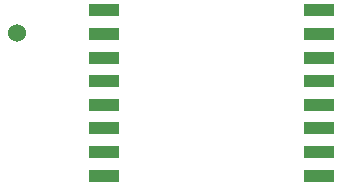
<source format=gbr>
G04 #@! TF.GenerationSoftware,KiCad,Pcbnew,(5.0.2-5)-5*
G04 #@! TF.CreationDate,2022-03-24T12:02:08+00:00*
G04 #@! TF.ProjectId,bee-badge-2000,6265652d-6261-4646-9765-2d323030302e,rev?*
G04 #@! TF.SameCoordinates,Original*
G04 #@! TF.FileFunction,Paste,Top*
G04 #@! TF.FilePolarity,Positive*
%FSLAX46Y46*%
G04 Gerber Fmt 4.6, Leading zero omitted, Abs format (unit mm)*
G04 Created by KiCad (PCBNEW (5.0.2-5)-5) date Thursday, 24 March 2022 at 12:02:08*
%MOMM*%
%LPD*%
G01*
G04 APERTURE LIST*
%ADD10C,1.524000*%
%ADD11R,2.500000X1.000000*%
G04 APERTURE END LIST*
D10*
G04 #@! TO.C,AE1*
X107000000Y-61635000D03*
G04 #@! TD*
D11*
G04 #@! TO.C,U2*
X132544000Y-73675000D03*
X132544000Y-71675000D03*
X132544000Y-69675000D03*
X132544000Y-67675000D03*
X132544000Y-65675000D03*
X132544000Y-63675000D03*
X132544000Y-61675000D03*
X132544000Y-59675000D03*
X114344000Y-59675000D03*
X114344000Y-61675000D03*
X114344000Y-63675000D03*
X114344000Y-65675000D03*
X114344000Y-67675000D03*
X114344000Y-69675000D03*
X114344000Y-71675000D03*
X114344000Y-73675000D03*
G04 #@! TD*
M02*

</source>
